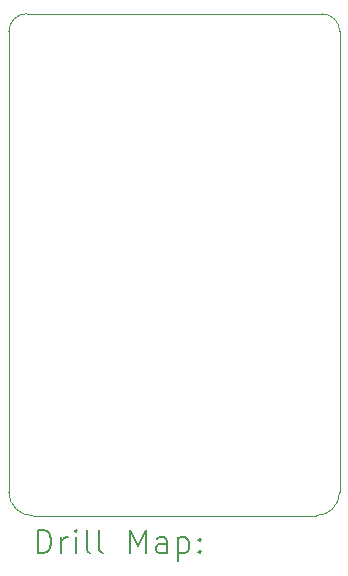
<source format=gbr>
%TF.GenerationSoftware,KiCad,Pcbnew,7.0.2*%
%TF.CreationDate,2024-10-17T18:40:29+08:00*%
%TF.ProjectId,blinker,626c696e-6b65-4722-9e6b-696361645f70,rev?*%
%TF.SameCoordinates,Original*%
%TF.FileFunction,Drillmap*%
%TF.FilePolarity,Positive*%
%FSLAX45Y45*%
G04 Gerber Fmt 4.5, Leading zero omitted, Abs format (unit mm)*
G04 Created by KiCad (PCBNEW 7.0.2) date 2024-10-17 18:40:29*
%MOMM*%
%LPD*%
G01*
G04 APERTURE LIST*
%ADD10C,0.100000*%
%ADD11C,0.200000*%
G04 APERTURE END LIST*
D10*
X6800000Y-1900000D02*
G75*
G03*
X6650000Y-1750000I-150000J0D01*
G01*
X4150000Y-1750000D02*
G75*
G03*
X4000000Y-1900000I0J-150000D01*
G01*
X4000000Y-5800000D02*
G75*
G03*
X4200000Y-6000000I200000J0D01*
G01*
X6600000Y-6000000D02*
G75*
G03*
X6800000Y-5800000I0J200000D01*
G01*
X4000000Y-1900000D02*
X4000000Y-5800000D01*
X6650000Y-1750000D02*
X4150000Y-1750000D01*
X6800000Y-5800000D02*
X6800000Y-1900000D01*
X4200000Y-6000000D02*
X6600000Y-6000000D01*
D11*
X4242619Y-6317524D02*
X4242619Y-6117524D01*
X4242619Y-6117524D02*
X4290238Y-6117524D01*
X4290238Y-6117524D02*
X4318810Y-6127048D01*
X4318810Y-6127048D02*
X4337857Y-6146095D01*
X4337857Y-6146095D02*
X4347381Y-6165143D01*
X4347381Y-6165143D02*
X4356905Y-6203238D01*
X4356905Y-6203238D02*
X4356905Y-6231809D01*
X4356905Y-6231809D02*
X4347381Y-6269905D01*
X4347381Y-6269905D02*
X4337857Y-6288952D01*
X4337857Y-6288952D02*
X4318810Y-6308000D01*
X4318810Y-6308000D02*
X4290238Y-6317524D01*
X4290238Y-6317524D02*
X4242619Y-6317524D01*
X4442619Y-6317524D02*
X4442619Y-6184190D01*
X4442619Y-6222286D02*
X4452143Y-6203238D01*
X4452143Y-6203238D02*
X4461667Y-6193714D01*
X4461667Y-6193714D02*
X4480714Y-6184190D01*
X4480714Y-6184190D02*
X4499762Y-6184190D01*
X4566429Y-6317524D02*
X4566429Y-6184190D01*
X4566429Y-6117524D02*
X4556905Y-6127048D01*
X4556905Y-6127048D02*
X4566429Y-6136571D01*
X4566429Y-6136571D02*
X4575952Y-6127048D01*
X4575952Y-6127048D02*
X4566429Y-6117524D01*
X4566429Y-6117524D02*
X4566429Y-6136571D01*
X4690238Y-6317524D02*
X4671190Y-6308000D01*
X4671190Y-6308000D02*
X4661667Y-6288952D01*
X4661667Y-6288952D02*
X4661667Y-6117524D01*
X4795000Y-6317524D02*
X4775952Y-6308000D01*
X4775952Y-6308000D02*
X4766429Y-6288952D01*
X4766429Y-6288952D02*
X4766429Y-6117524D01*
X5023571Y-6317524D02*
X5023571Y-6117524D01*
X5023571Y-6117524D02*
X5090238Y-6260381D01*
X5090238Y-6260381D02*
X5156905Y-6117524D01*
X5156905Y-6117524D02*
X5156905Y-6317524D01*
X5337857Y-6317524D02*
X5337857Y-6212762D01*
X5337857Y-6212762D02*
X5328333Y-6193714D01*
X5328333Y-6193714D02*
X5309286Y-6184190D01*
X5309286Y-6184190D02*
X5271190Y-6184190D01*
X5271190Y-6184190D02*
X5252143Y-6193714D01*
X5337857Y-6308000D02*
X5318810Y-6317524D01*
X5318810Y-6317524D02*
X5271190Y-6317524D01*
X5271190Y-6317524D02*
X5252143Y-6308000D01*
X5252143Y-6308000D02*
X5242619Y-6288952D01*
X5242619Y-6288952D02*
X5242619Y-6269905D01*
X5242619Y-6269905D02*
X5252143Y-6250857D01*
X5252143Y-6250857D02*
X5271190Y-6241333D01*
X5271190Y-6241333D02*
X5318810Y-6241333D01*
X5318810Y-6241333D02*
X5337857Y-6231809D01*
X5433095Y-6184190D02*
X5433095Y-6384190D01*
X5433095Y-6193714D02*
X5452143Y-6184190D01*
X5452143Y-6184190D02*
X5490238Y-6184190D01*
X5490238Y-6184190D02*
X5509286Y-6193714D01*
X5509286Y-6193714D02*
X5518810Y-6203238D01*
X5518810Y-6203238D02*
X5528333Y-6222286D01*
X5528333Y-6222286D02*
X5528333Y-6279428D01*
X5528333Y-6279428D02*
X5518810Y-6298476D01*
X5518810Y-6298476D02*
X5509286Y-6308000D01*
X5509286Y-6308000D02*
X5490238Y-6317524D01*
X5490238Y-6317524D02*
X5452143Y-6317524D01*
X5452143Y-6317524D02*
X5433095Y-6308000D01*
X5614048Y-6298476D02*
X5623571Y-6308000D01*
X5623571Y-6308000D02*
X5614048Y-6317524D01*
X5614048Y-6317524D02*
X5604524Y-6308000D01*
X5604524Y-6308000D02*
X5614048Y-6298476D01*
X5614048Y-6298476D02*
X5614048Y-6317524D01*
X5614048Y-6193714D02*
X5623571Y-6203238D01*
X5623571Y-6203238D02*
X5614048Y-6212762D01*
X5614048Y-6212762D02*
X5604524Y-6203238D01*
X5604524Y-6203238D02*
X5614048Y-6193714D01*
X5614048Y-6193714D02*
X5614048Y-6212762D01*
M02*

</source>
